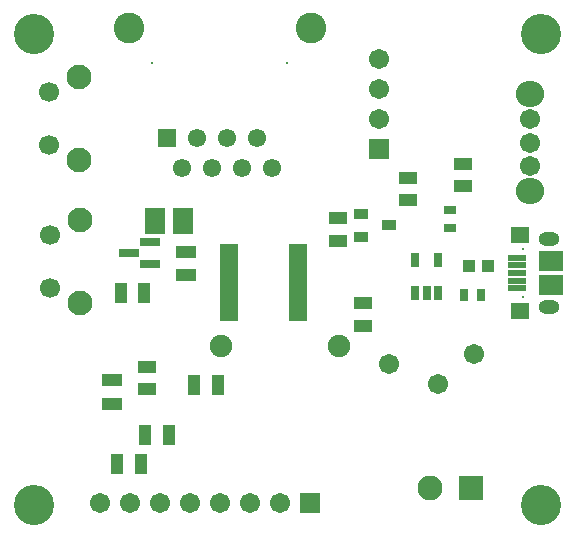
<source format=gts>
G04 Layer_Color=8388736*
%FSAX25Y25*%
%MOIN*%
G70*
G01*
G75*
%ADD29C,0.06693*%
%ADD30C,0.08268*%
%ADD47R,0.03950X0.06706*%
%ADD48R,0.06706X0.03950*%
%ADD49R,0.06312X0.05524*%
%ADD50R,0.08280X0.06902*%
%ADD51R,0.05905X0.01968*%
%ADD52R,0.06706X0.08674*%
%ADD53R,0.06312X0.02572*%
%ADD54R,0.06902X0.02965*%
%ADD55C,0.06706*%
%ADD56R,0.04737X0.03359*%
%ADD57R,0.05918X0.04343*%
%ADD58R,0.04343X0.03162*%
%ADD59R,0.03162X0.04343*%
%ADD60R,0.03162X0.04934*%
%ADD61R,0.03950X0.03950*%
%ADD62R,0.06706X0.06706*%
%ADD63R,0.06706X0.06706*%
%ADD64C,0.07493*%
%ADD65R,0.06115X0.06115*%
%ADD66C,0.06115*%
%ADD67C,0.10249*%
%ADD68C,0.00800*%
%ADD69C,0.08280*%
%ADD70R,0.08280X0.08280*%
%ADD71O,0.07099X0.04737*%
%ADD72R,0.00800X0.00800*%
%ADD73O,0.09461X0.08674*%
%ADD74C,0.13398*%
D29*
X0299429Y0370079D02*
D03*
Y0387795D02*
D03*
X0299823Y0340158D02*
D03*
Y0322441D02*
D03*
D30*
X0309232Y0365158D02*
D03*
Y0392717D02*
D03*
X0309626Y0345079D02*
D03*
Y0317520D02*
D03*
D47*
X0322047Y0263583D02*
D03*
X0329921D02*
D03*
X0331496Y0273425D02*
D03*
X0339370D02*
D03*
X0347638Y0289961D02*
D03*
X0355512D02*
D03*
X0323228Y0320669D02*
D03*
X0331102D02*
D03*
D48*
X0320472Y0291535D02*
D03*
Y0283661D02*
D03*
X0344882Y0334449D02*
D03*
Y0326575D02*
D03*
D49*
X0456299Y0314764D02*
D03*
Y0339961D02*
D03*
D50*
X0466634Y0323327D02*
D03*
Y0331398D02*
D03*
D51*
X0455413Y0322244D02*
D03*
Y0329921D02*
D03*
Y0332480D02*
D03*
Y0327362D02*
D03*
Y0324803D02*
D03*
D52*
X0344094Y0344685D02*
D03*
X0334646D02*
D03*
D53*
X0359252Y0335728D02*
D03*
Y0333169D02*
D03*
Y0330610D02*
D03*
Y0328051D02*
D03*
Y0325492D02*
D03*
Y0322933D02*
D03*
Y0320374D02*
D03*
Y0317815D02*
D03*
Y0315256D02*
D03*
Y0312697D02*
D03*
X0382480Y0335728D02*
D03*
Y0333169D02*
D03*
Y0330610D02*
D03*
Y0328051D02*
D03*
Y0325492D02*
D03*
Y0322933D02*
D03*
Y0320374D02*
D03*
Y0317815D02*
D03*
Y0315256D02*
D03*
Y0312697D02*
D03*
D54*
X0325886Y0334055D02*
D03*
X0333169Y0337795D02*
D03*
Y0330315D02*
D03*
D55*
X0412598Y0297047D02*
D03*
X0440945Y0300197D02*
D03*
X0428937Y0290354D02*
D03*
X0409449Y0378780D02*
D03*
Y0388779D02*
D03*
Y0398780D02*
D03*
X0376299Y0250590D02*
D03*
X0366299D02*
D03*
X0356299D02*
D03*
X0346299D02*
D03*
X0336299D02*
D03*
X0326299D02*
D03*
X0316299D02*
D03*
X0459720Y0378685D02*
D03*
Y0370811D02*
D03*
Y0362937D02*
D03*
D56*
X0412811Y0343209D02*
D03*
X0403362Y0339469D02*
D03*
Y0346949D02*
D03*
D57*
X0395669Y0345669D02*
D03*
Y0338189D02*
D03*
X0403937Y0309842D02*
D03*
Y0317323D02*
D03*
X0418898Y0359055D02*
D03*
Y0351575D02*
D03*
X0437402Y0363779D02*
D03*
Y0356299D02*
D03*
X0331890Y0288583D02*
D03*
Y0296063D02*
D03*
D58*
X0433071Y0348425D02*
D03*
Y0342520D02*
D03*
D59*
X0437598Y0319882D02*
D03*
X0443504D02*
D03*
D60*
X0421457Y0331791D02*
D03*
X0428937D02*
D03*
Y0320571D02*
D03*
X0425197D02*
D03*
X0421457D02*
D03*
D61*
X0439370Y0329724D02*
D03*
X0445669D02*
D03*
D62*
X0409449Y0368779D02*
D03*
D63*
X0386299Y0250590D02*
D03*
D64*
X0356693Y0302953D02*
D03*
X0396063D02*
D03*
D65*
X0338799Y0372224D02*
D03*
D66*
X0348799D02*
D03*
X0358799D02*
D03*
X0368799D02*
D03*
X0343799Y0362224D02*
D03*
X0353799D02*
D03*
X0363799D02*
D03*
X0373799D02*
D03*
D67*
X0325925Y0409035D02*
D03*
X0386673D02*
D03*
D68*
X0333799Y0397224D02*
D03*
X0378799D02*
D03*
D69*
X0426378Y0255709D02*
D03*
D70*
X0440158D02*
D03*
D71*
X0465844Y0316043D02*
D03*
Y0338681D02*
D03*
D72*
X0457380Y0319378D02*
D03*
Y0335323D02*
D03*
D73*
X0459720Y0386953D02*
D03*
Y0354669D02*
D03*
D74*
X0294291Y0250000D02*
D03*
X0463189D02*
D03*
Y0407087D02*
D03*
X0294291D02*
D03*
M02*

</source>
